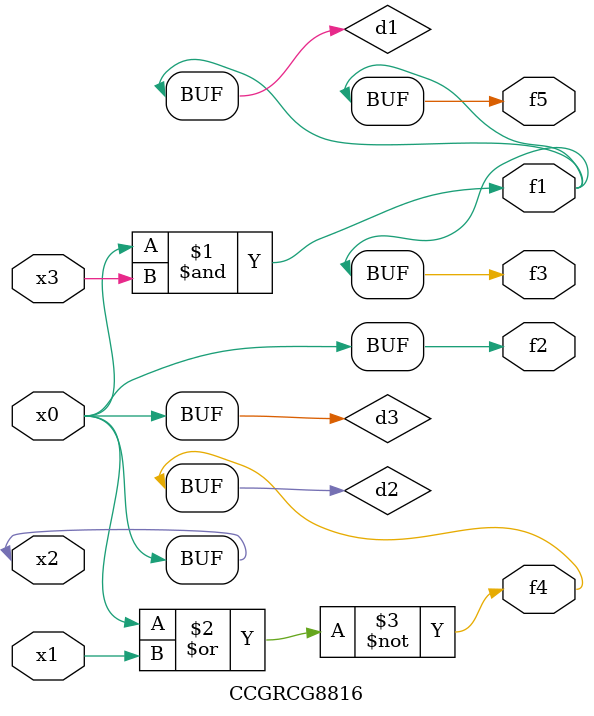
<source format=v>
module CCGRCG8816(
	input x0, x1, x2, x3,
	output f1, f2, f3, f4, f5
);

	wire d1, d2, d3;

	and (d1, x2, x3);
	nor (d2, x0, x1);
	buf (d3, x0, x2);
	assign f1 = d1;
	assign f2 = d3;
	assign f3 = d1;
	assign f4 = d2;
	assign f5 = d1;
endmodule

</source>
